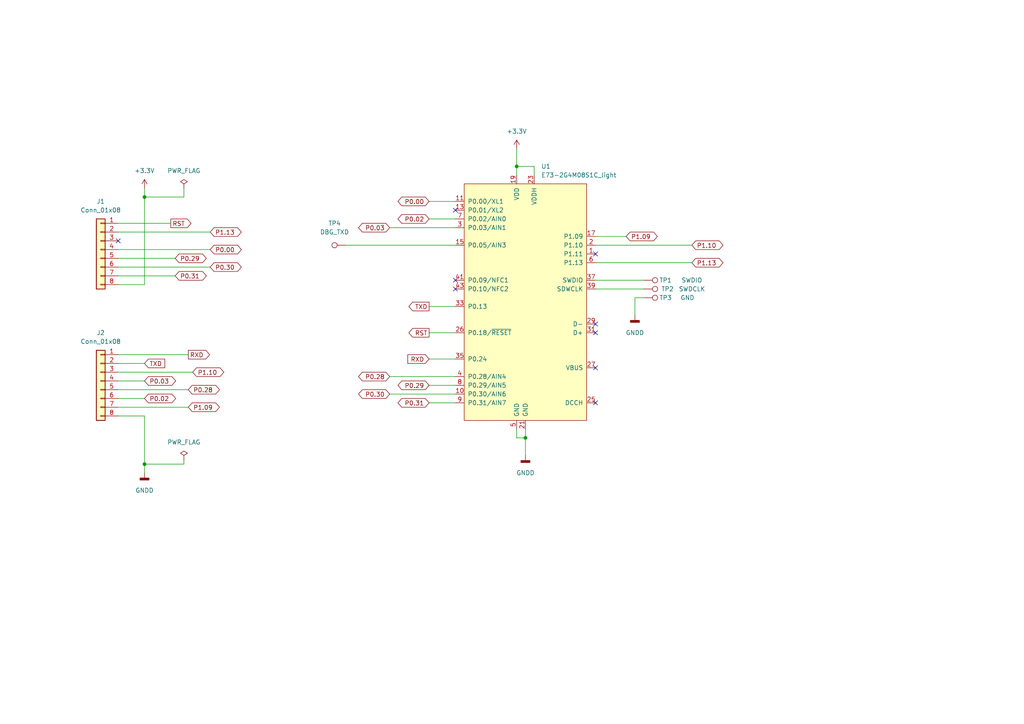
<source format=kicad_sch>
(kicad_sch (version 20211123) (generator eeschema)

  (uuid 96dcf4a0-c365-404c-bc55-6cf9f22ad55e)

  (paper "A4")

  (lib_symbols
    (symbol "Connector:TestPoint" (pin_numbers hide) (pin_names (offset 0.762) hide) (in_bom yes) (on_board yes)
      (property "Reference" "TP" (id 0) (at 0 6.858 0)
        (effects (font (size 1.27 1.27)))
      )
      (property "Value" "TestPoint" (id 1) (at 0 5.08 0)
        (effects (font (size 1.27 1.27)))
      )
      (property "Footprint" "" (id 2) (at 5.08 0 0)
        (effects (font (size 1.27 1.27)) hide)
      )
      (property "Datasheet" "~" (id 3) (at 5.08 0 0)
        (effects (font (size 1.27 1.27)) hide)
      )
      (property "ki_keywords" "test point tp" (id 4) (at 0 0 0)
        (effects (font (size 1.27 1.27)) hide)
      )
      (property "ki_description" "test point" (id 5) (at 0 0 0)
        (effects (font (size 1.27 1.27)) hide)
      )
      (property "ki_fp_filters" "Pin* Test*" (id 6) (at 0 0 0)
        (effects (font (size 1.27 1.27)) hide)
      )
      (symbol "TestPoint_0_1"
        (circle (center 0 3.302) (radius 0.762)
          (stroke (width 0) (type default) (color 0 0 0 0))
          (fill (type none))
        )
      )
      (symbol "TestPoint_1_1"
        (pin passive line (at 0 0 90) (length 2.54)
          (name "1" (effects (font (size 1.27 1.27))))
          (number "1" (effects (font (size 1.27 1.27))))
        )
      )
    )
    (symbol "Connector_Generic:Conn_01x08" (pin_names (offset 1.016) hide) (in_bom yes) (on_board yes)
      (property "Reference" "J" (id 0) (at 0 10.16 0)
        (effects (font (size 1.27 1.27)))
      )
      (property "Value" "Conn_01x08" (id 1) (at 0 -12.7 0)
        (effects (font (size 1.27 1.27)))
      )
      (property "Footprint" "" (id 2) (at 0 0 0)
        (effects (font (size 1.27 1.27)) hide)
      )
      (property "Datasheet" "~" (id 3) (at 0 0 0)
        (effects (font (size 1.27 1.27)) hide)
      )
      (property "ki_keywords" "connector" (id 4) (at 0 0 0)
        (effects (font (size 1.27 1.27)) hide)
      )
      (property "ki_description" "Generic connector, single row, 01x08, script generated (kicad-library-utils/schlib/autogen/connector/)" (id 5) (at 0 0 0)
        (effects (font (size 1.27 1.27)) hide)
      )
      (property "ki_fp_filters" "Connector*:*_1x??_*" (id 6) (at 0 0 0)
        (effects (font (size 1.27 1.27)) hide)
      )
      (symbol "Conn_01x08_1_1"
        (rectangle (start -1.27 -10.033) (end 0 -10.287)
          (stroke (width 0.1524) (type default) (color 0 0 0 0))
          (fill (type none))
        )
        (rectangle (start -1.27 -7.493) (end 0 -7.747)
          (stroke (width 0.1524) (type default) (color 0 0 0 0))
          (fill (type none))
        )
        (rectangle (start -1.27 -4.953) (end 0 -5.207)
          (stroke (width 0.1524) (type default) (color 0 0 0 0))
          (fill (type none))
        )
        (rectangle (start -1.27 -2.413) (end 0 -2.667)
          (stroke (width 0.1524) (type default) (color 0 0 0 0))
          (fill (type none))
        )
        (rectangle (start -1.27 0.127) (end 0 -0.127)
          (stroke (width 0.1524) (type default) (color 0 0 0 0))
          (fill (type none))
        )
        (rectangle (start -1.27 2.667) (end 0 2.413)
          (stroke (width 0.1524) (type default) (color 0 0 0 0))
          (fill (type none))
        )
        (rectangle (start -1.27 5.207) (end 0 4.953)
          (stroke (width 0.1524) (type default) (color 0 0 0 0))
          (fill (type none))
        )
        (rectangle (start -1.27 7.747) (end 0 7.493)
          (stroke (width 0.1524) (type default) (color 0 0 0 0))
          (fill (type none))
        )
        (rectangle (start -1.27 8.89) (end 1.27 -11.43)
          (stroke (width 0.254) (type default) (color 0 0 0 0))
          (fill (type background))
        )
        (pin passive line (at -5.08 7.62 0) (length 3.81)
          (name "Pin_1" (effects (font (size 1.27 1.27))))
          (number "1" (effects (font (size 1.27 1.27))))
        )
        (pin passive line (at -5.08 5.08 0) (length 3.81)
          (name "Pin_2" (effects (font (size 1.27 1.27))))
          (number "2" (effects (font (size 1.27 1.27))))
        )
        (pin passive line (at -5.08 2.54 0) (length 3.81)
          (name "Pin_3" (effects (font (size 1.27 1.27))))
          (number "3" (effects (font (size 1.27 1.27))))
        )
        (pin passive line (at -5.08 0 0) (length 3.81)
          (name "Pin_4" (effects (font (size 1.27 1.27))))
          (number "4" (effects (font (size 1.27 1.27))))
        )
        (pin passive line (at -5.08 -2.54 0) (length 3.81)
          (name "Pin_5" (effects (font (size 1.27 1.27))))
          (number "5" (effects (font (size 1.27 1.27))))
        )
        (pin passive line (at -5.08 -5.08 0) (length 3.81)
          (name "Pin_6" (effects (font (size 1.27 1.27))))
          (number "6" (effects (font (size 1.27 1.27))))
        )
        (pin passive line (at -5.08 -7.62 0) (length 3.81)
          (name "Pin_7" (effects (font (size 1.27 1.27))))
          (number "7" (effects (font (size 1.27 1.27))))
        )
        (pin passive line (at -5.08 -10.16 0) (length 3.81)
          (name "Pin_8" (effects (font (size 1.27 1.27))))
          (number "8" (effects (font (size 1.27 1.27))))
        )
      )
    )
    (symbol "power:+3.3V" (power) (pin_names (offset 0)) (in_bom yes) (on_board yes)
      (property "Reference" "#PWR" (id 0) (at 0 -3.81 0)
        (effects (font (size 1.27 1.27)) hide)
      )
      (property "Value" "+3.3V" (id 1) (at 0 3.556 0)
        (effects (font (size 1.27 1.27)))
      )
      (property "Footprint" "" (id 2) (at 0 0 0)
        (effects (font (size 1.27 1.27)) hide)
      )
      (property "Datasheet" "" (id 3) (at 0 0 0)
        (effects (font (size 1.27 1.27)) hide)
      )
      (property "ki_keywords" "power-flag" (id 4) (at 0 0 0)
        (effects (font (size 1.27 1.27)) hide)
      )
      (property "ki_description" "Power symbol creates a global label with name \"+3.3V\"" (id 5) (at 0 0 0)
        (effects (font (size 1.27 1.27)) hide)
      )
      (symbol "+3.3V_0_1"
        (polyline
          (pts
            (xy -0.762 1.27)
            (xy 0 2.54)
          )
          (stroke (width 0) (type default) (color 0 0 0 0))
          (fill (type none))
        )
        (polyline
          (pts
            (xy 0 0)
            (xy 0 2.54)
          )
          (stroke (width 0) (type default) (color 0 0 0 0))
          (fill (type none))
        )
        (polyline
          (pts
            (xy 0 2.54)
            (xy 0.762 1.27)
          )
          (stroke (width 0) (type default) (color 0 0 0 0))
          (fill (type none))
        )
      )
      (symbol "+3.3V_1_1"
        (pin power_in line (at 0 0 90) (length 0) hide
          (name "+3.3V" (effects (font (size 1.27 1.27))))
          (number "1" (effects (font (size 1.27 1.27))))
        )
      )
    )
    (symbol "power:GNDD" (power) (pin_names (offset 0)) (in_bom yes) (on_board yes)
      (property "Reference" "#PWR" (id 0) (at 0 -6.35 0)
        (effects (font (size 1.27 1.27)) hide)
      )
      (property "Value" "GNDD" (id 1) (at 0 -3.175 0)
        (effects (font (size 1.27 1.27)))
      )
      (property "Footprint" "" (id 2) (at 0 0 0)
        (effects (font (size 1.27 1.27)) hide)
      )
      (property "Datasheet" "" (id 3) (at 0 0 0)
        (effects (font (size 1.27 1.27)) hide)
      )
      (property "ki_keywords" "power-flag" (id 4) (at 0 0 0)
        (effects (font (size 1.27 1.27)) hide)
      )
      (property "ki_description" "Power symbol creates a global label with name \"GNDD\" , digital ground" (id 5) (at 0 0 0)
        (effects (font (size 1.27 1.27)) hide)
      )
      (symbol "GNDD_0_1"
        (rectangle (start -1.27 -1.524) (end 1.27 -2.032)
          (stroke (width 0.254) (type default) (color 0 0 0 0))
          (fill (type outline))
        )
        (polyline
          (pts
            (xy 0 0)
            (xy 0 -1.524)
          )
          (stroke (width 0) (type default) (color 0 0 0 0))
          (fill (type none))
        )
      )
      (symbol "GNDD_1_1"
        (pin power_in line (at 0 0 270) (length 0) hide
          (name "GNDD" (effects (font (size 1.27 1.27))))
          (number "1" (effects (font (size 1.27 1.27))))
        )
      )
    )
    (symbol "power:PWR_FLAG" (power) (pin_numbers hide) (pin_names (offset 0) hide) (in_bom yes) (on_board yes)
      (property "Reference" "#FLG" (id 0) (at 0 1.905 0)
        (effects (font (size 1.27 1.27)) hide)
      )
      (property "Value" "PWR_FLAG" (id 1) (at 0 3.81 0)
        (effects (font (size 1.27 1.27)))
      )
      (property "Footprint" "" (id 2) (at 0 0 0)
        (effects (font (size 1.27 1.27)) hide)
      )
      (property "Datasheet" "~" (id 3) (at 0 0 0)
        (effects (font (size 1.27 1.27)) hide)
      )
      (property "ki_keywords" "power-flag" (id 4) (at 0 0 0)
        (effects (font (size 1.27 1.27)) hide)
      )
      (property "ki_description" "Special symbol for telling ERC where power comes from" (id 5) (at 0 0 0)
        (effects (font (size 1.27 1.27)) hide)
      )
      (symbol "PWR_FLAG_0_0"
        (pin power_out line (at 0 0 90) (length 0)
          (name "pwr" (effects (font (size 1.27 1.27))))
          (number "1" (effects (font (size 1.27 1.27))))
        )
      )
      (symbol "PWR_FLAG_0_1"
        (polyline
          (pts
            (xy 0 0)
            (xy 0 1.27)
            (xy -1.016 1.905)
            (xy 0 2.54)
            (xy 1.016 1.905)
            (xy 0 1.27)
          )
          (stroke (width 0) (type default) (color 0 0 0 0))
          (fill (type none))
        )
      )
    )
    (symbol "thermostat_k5h:E73-2G4M08S1C_light" (pin_names (offset 1.016)) (in_bom yes) (on_board yes)
      (property "Reference" "U" (id 0) (at -15.24 -38.1 0)
        (effects (font (size 1.27 1.27)))
      )
      (property "Value" "E73-2G4M08S1C_light" (id 1) (at 0 0 90)
        (effects (font (size 1.27 1.27)))
      )
      (property "Footprint" "nrf5:E73-2G4M08S1C_light" (id 2) (at 2.54 0 90)
        (effects (font (size 1.27 1.27)) hide)
      )
      (property "Datasheet" "" (id 3) (at 0 0 0)
        (effects (font (size 1.27 1.27)) hide)
      )
      (symbol "E73-2G4M08S1C_light_0_1"
        (rectangle (start -17.78 33.02) (end 17.78 -35.56)
          (stroke (width 0) (type default) (color 0 0 0 0))
          (fill (type background))
        )
      )
      (symbol "E73-2G4M08S1C_light_1_1"
        (pin bidirectional line (at 20.32 12.7 180) (length 2.54)
          (name "P1.11" (effects (font (size 1.27 1.27))))
          (number "1" (effects (font (size 1.27 1.27))))
        )
        (pin bidirectional line (at -20.32 -27.94 0) (length 2.54)
          (name "P0.30/AIN6" (effects (font (size 1.27 1.27))))
          (number "10" (effects (font (size 1.27 1.27))))
        )
        (pin bidirectional line (at -20.32 27.94 0) (length 2.54)
          (name "P0.00/XL1" (effects (font (size 1.27 1.27))))
          (number "11" (effects (font (size 1.27 1.27))))
        )
        (pin bidirectional line (at -20.32 25.4 0) (length 2.54)
          (name "P0.01/XL2" (effects (font (size 1.27 1.27))))
          (number "13" (effects (font (size 1.27 1.27))))
        )
        (pin bidirectional line (at -20.32 15.24 0) (length 2.54)
          (name "P0.05/AIN3" (effects (font (size 1.27 1.27))))
          (number "15" (effects (font (size 1.27 1.27))))
        )
        (pin bidirectional line (at 20.32 17.78 180) (length 2.54)
          (name "P1.09" (effects (font (size 1.27 1.27))))
          (number "17" (effects (font (size 1.27 1.27))))
        )
        (pin power_in line (at -2.54 35.56 270) (length 2.54)
          (name "VDD" (effects (font (size 1.27 1.27))))
          (number "19" (effects (font (size 1.27 1.27))))
        )
        (pin bidirectional line (at 20.32 15.24 180) (length 2.54)
          (name "P1.10" (effects (font (size 1.27 1.27))))
          (number "2" (effects (font (size 1.27 1.27))))
        )
        (pin power_in line (at 0 -38.1 90) (length 2.54)
          (name "GND" (effects (font (size 1.27 1.27))))
          (number "21" (effects (font (size 1.27 1.27))))
        )
        (pin power_in line (at 2.54 35.56 270) (length 2.54)
          (name "VDDH" (effects (font (size 1.27 1.27))))
          (number "23" (effects (font (size 1.27 1.27))))
        )
        (pin power_out line (at 20.32 -30.48 180) (length 2.54)
          (name "DCCH" (effects (font (size 1.27 1.27))))
          (number "25" (effects (font (size 1.27 1.27))))
        )
        (pin bidirectional line (at -20.32 -10.16 0) (length 2.54)
          (name "P0.18/~{RESET}" (effects (font (size 1.27 1.27))))
          (number "26" (effects (font (size 1.27 1.27))))
        )
        (pin power_in line (at 20.32 -20.32 180) (length 2.54)
          (name "VBUS" (effects (font (size 1.27 1.27))))
          (number "27" (effects (font (size 1.27 1.27))))
        )
        (pin bidirectional line (at 20.32 -7.62 180) (length 2.54)
          (name "D-" (effects (font (size 1.27 1.27))))
          (number "29" (effects (font (size 1.27 1.27))))
        )
        (pin bidirectional line (at -20.32 20.32 0) (length 2.54)
          (name "P0.03/AIN1" (effects (font (size 1.27 1.27))))
          (number "3" (effects (font (size 1.27 1.27))))
        )
        (pin bidirectional line (at 20.32 -10.16 180) (length 2.54)
          (name "D+" (effects (font (size 1.27 1.27))))
          (number "31" (effects (font (size 1.27 1.27))))
        )
        (pin bidirectional line (at -20.32 -2.54 0) (length 2.54)
          (name "P0.13" (effects (font (size 1.27 1.27))))
          (number "33" (effects (font (size 1.27 1.27))))
        )
        (pin bidirectional line (at -20.32 -17.78 0) (length 2.54)
          (name "P0.24" (effects (font (size 1.27 1.27))))
          (number "35" (effects (font (size 1.27 1.27))))
        )
        (pin bidirectional line (at 20.32 5.08 180) (length 2.54)
          (name "SWDIO" (effects (font (size 1.27 1.27))))
          (number "37" (effects (font (size 1.27 1.27))))
        )
        (pin input line (at 20.32 2.54 180) (length 2.54)
          (name "SDWCLK" (effects (font (size 1.27 1.27))))
          (number "39" (effects (font (size 1.27 1.27))))
        )
        (pin bidirectional line (at -20.32 -22.86 0) (length 2.54)
          (name "P0.28/AIN4" (effects (font (size 1.27 1.27))))
          (number "4" (effects (font (size 1.27 1.27))))
        )
        (pin bidirectional line (at -20.32 5.08 0) (length 2.54)
          (name "P0.09/NFC1" (effects (font (size 1.27 1.27))))
          (number "41" (effects (font (size 1.27 1.27))))
        )
        (pin bidirectional line (at -20.32 2.54 0) (length 2.54)
          (name "P0.10/NFC2" (effects (font (size 1.27 1.27))))
          (number "43" (effects (font (size 1.27 1.27))))
        )
        (pin power_in line (at -2.54 -38.1 90) (length 2.54)
          (name "GND" (effects (font (size 1.27 1.27))))
          (number "5" (effects (font (size 1.27 1.27))))
        )
        (pin bidirectional line (at 20.32 10.16 180) (length 2.54)
          (name "P1.13" (effects (font (size 1.27 1.27))))
          (number "6" (effects (font (size 1.27 1.27))))
        )
        (pin bidirectional line (at -20.32 22.86 0) (length 2.54)
          (name "P0.02/AIN0" (effects (font (size 1.27 1.27))))
          (number "7" (effects (font (size 1.27 1.27))))
        )
        (pin bidirectional line (at -20.32 -25.4 0) (length 2.54)
          (name "P0.29/AIN5" (effects (font (size 1.27 1.27))))
          (number "8" (effects (font (size 1.27 1.27))))
        )
        (pin bidirectional line (at -20.32 -30.48 0) (length 2.54)
          (name "P0.31/AIN7" (effects (font (size 1.27 1.27))))
          (number "9" (effects (font (size 1.27 1.27))))
        )
      )
    )
  )

  (junction (at 152.4 127) (diameter 0) (color 0 0 0 0)
    (uuid b5cb27b5-7a48-4444-a25c-f62e0141e673)
  )
  (junction (at 41.91 134.62) (diameter 0) (color 0 0 0 0)
    (uuid e11d9ffa-272b-451b-a8b1-15f24a244f4a)
  )
  (junction (at 41.91 57.15) (diameter 0) (color 0 0 0 0)
    (uuid f4cfb1bd-1759-4e1f-a3df-b8f937ff29dc)
  )
  (junction (at 149.86 48.26) (diameter 0) (color 0 0 0 0)
    (uuid f637ba1f-37cc-4faa-b15b-e6b05aa0700c)
  )

  (no_connect (at 132.08 60.96) (uuid 198b7dbe-7d6f-41ff-b5cd-445b6dd97450))
  (no_connect (at 34.29 69.85) (uuid 2113707f-187e-48e8-a099-6f8ef676a5cd))
  (no_connect (at 172.72 96.52) (uuid 3c452543-6e42-49df-b0a3-9ccdbba83f73))
  (no_connect (at 172.72 93.98) (uuid 3c452543-6e42-49df-b0a3-9ccdbba83f74))
  (no_connect (at 132.08 81.28) (uuid 8dc6c778-2a44-42db-b16c-830fdbb13149))
  (no_connect (at 132.08 83.82) (uuid 8dc6c778-2a44-42db-b16c-830fdbb1314a))
  (no_connect (at 172.72 73.66) (uuid 8dc6c778-2a44-42db-b16c-830fdbb13150))
  (no_connect (at 172.72 106.68) (uuid 90f8d34b-0079-4757-963b-605b01722a53))
  (no_connect (at 172.72 116.84) (uuid 90f8d34b-0079-4757-963b-605b01722a54))

  (wire (pts (xy 124.46 96.52) (xy 132.08 96.52))
    (stroke (width 0) (type default) (color 0 0 0 0))
    (uuid 059c873c-31ab-44be-b02b-0b9c9837f726)
  )
  (wire (pts (xy 41.91 134.62) (xy 41.91 137.16))
    (stroke (width 0) (type default) (color 0 0 0 0))
    (uuid 0cf7207f-a6d5-41ea-aa0b-e2d0c4abe84a)
  )
  (wire (pts (xy 124.46 63.5) (xy 132.08 63.5))
    (stroke (width 0) (type default) (color 0 0 0 0))
    (uuid 11c357be-804e-45ef-9338-bf19a7f33990)
  )
  (wire (pts (xy 34.29 105.41) (xy 41.91 105.41))
    (stroke (width 0) (type default) (color 0 0 0 0))
    (uuid 1a75db8d-81c0-4c88-9151-70bf6bbb77bb)
  )
  (wire (pts (xy 41.91 54.61) (xy 41.91 57.15))
    (stroke (width 0) (type default) (color 0 0 0 0))
    (uuid 294544eb-4399-4056-a4e8-121912c79102)
  )
  (wire (pts (xy 34.29 107.95) (xy 55.88 107.95))
    (stroke (width 0) (type default) (color 0 0 0 0))
    (uuid 2b79db9d-2a97-4274-bf05-28d32a1d1623)
  )
  (wire (pts (xy 34.29 113.03) (xy 54.61 113.03))
    (stroke (width 0) (type default) (color 0 0 0 0))
    (uuid 2bfe63ca-5dd6-4d87-ba30-36b10534e916)
  )
  (wire (pts (xy 53.34 134.62) (xy 41.91 134.62))
    (stroke (width 0) (type default) (color 0 0 0 0))
    (uuid 3094d5d3-9ed7-4826-8719-f2d587b41e2d)
  )
  (wire (pts (xy 41.91 57.15) (xy 41.91 82.55))
    (stroke (width 0) (type default) (color 0 0 0 0))
    (uuid 325d9949-7cbc-4f79-8f71-2b5c6583bcda)
  )
  (wire (pts (xy 124.46 116.84) (xy 132.08 116.84))
    (stroke (width 0) (type default) (color 0 0 0 0))
    (uuid 428e976c-96ef-4f27-a260-4d8cf9965eca)
  )
  (wire (pts (xy 172.72 81.28) (xy 186.69 81.28))
    (stroke (width 0) (type default) (color 0 0 0 0))
    (uuid 431ee5db-1045-47fa-bf76-413e3fb212b7)
  )
  (wire (pts (xy 152.4 124.46) (xy 152.4 127))
    (stroke (width 0) (type default) (color 0 0 0 0))
    (uuid 4c1ee7da-941a-4dff-a2f1-8e7cef921dfa)
  )
  (wire (pts (xy 152.4 127) (xy 152.4 132.08))
    (stroke (width 0) (type default) (color 0 0 0 0))
    (uuid 4f8374b8-85e1-4ca5-915b-50ca824dcc2f)
  )
  (wire (pts (xy 41.91 57.15) (xy 53.34 57.15))
    (stroke (width 0) (type default) (color 0 0 0 0))
    (uuid 51fa2703-1982-4481-b5ec-5b2f6d9fd70d)
  )
  (wire (pts (xy 34.29 67.31) (xy 60.96 67.31))
    (stroke (width 0) (type default) (color 0 0 0 0))
    (uuid 52119754-eecd-4b33-9e32-ca1651fa16dc)
  )
  (wire (pts (xy 184.15 86.36) (xy 184.15 91.44))
    (stroke (width 0) (type default) (color 0 0 0 0))
    (uuid 6401aa07-41d9-48e5-b637-018b0d126d99)
  )
  (wire (pts (xy 149.86 124.46) (xy 149.86 127))
    (stroke (width 0) (type default) (color 0 0 0 0))
    (uuid 6b9e8738-476f-4bf3-a4fa-75f89b2d6a6e)
  )
  (wire (pts (xy 149.86 127) (xy 152.4 127))
    (stroke (width 0) (type default) (color 0 0 0 0))
    (uuid 6f6fba52-81f9-471c-8408-efc7672807ed)
  )
  (wire (pts (xy 34.29 80.01) (xy 50.8 80.01))
    (stroke (width 0) (type default) (color 0 0 0 0))
    (uuid 745b2fdc-baa9-42fb-bd77-4d60aa71683f)
  )
  (wire (pts (xy 149.86 43.18) (xy 149.86 48.26))
    (stroke (width 0) (type default) (color 0 0 0 0))
    (uuid 745f8f56-3e40-4704-8011-4206f5580609)
  )
  (wire (pts (xy 149.86 48.26) (xy 149.86 50.8))
    (stroke (width 0) (type default) (color 0 0 0 0))
    (uuid 75b062d2-4bd8-4f8e-968b-14eabc33418d)
  )
  (wire (pts (xy 34.29 64.77) (xy 49.53 64.77))
    (stroke (width 0) (type default) (color 0 0 0 0))
    (uuid 7a0a5fa7-ab6f-45e8-b6e6-3a360c8defb2)
  )
  (wire (pts (xy 53.34 54.61) (xy 53.34 57.15))
    (stroke (width 0) (type default) (color 0 0 0 0))
    (uuid 82a794ef-6ef2-416c-ba80-4c5eb0e145bf)
  )
  (wire (pts (xy 172.72 71.12) (xy 200.66 71.12))
    (stroke (width 0) (type default) (color 0 0 0 0))
    (uuid 956e477c-a9c7-489e-bb6d-1c0942d7c40b)
  )
  (wire (pts (xy 113.03 66.04) (xy 132.08 66.04))
    (stroke (width 0) (type default) (color 0 0 0 0))
    (uuid 9596d87b-0ed4-4fab-9428-f4ab6032c2af)
  )
  (wire (pts (xy 154.94 48.26) (xy 149.86 48.26))
    (stroke (width 0) (type default) (color 0 0 0 0))
    (uuid 9ad4cc22-a393-4aa5-a5f4-a1e10efa6430)
  )
  (wire (pts (xy 34.29 77.47) (xy 60.96 77.47))
    (stroke (width 0) (type default) (color 0 0 0 0))
    (uuid a10626f9-b190-4103-9dfd-25d447e5dd0d)
  )
  (wire (pts (xy 34.29 120.65) (xy 41.91 120.65))
    (stroke (width 0) (type default) (color 0 0 0 0))
    (uuid a871a63a-33e3-47c5-83ce-901d5ea11687)
  )
  (wire (pts (xy 34.29 110.49) (xy 41.91 110.49))
    (stroke (width 0) (type default) (color 0 0 0 0))
    (uuid ae219406-000a-4e13-9a85-c949a1e2262c)
  )
  (wire (pts (xy 100.33 71.12) (xy 132.08 71.12))
    (stroke (width 0) (type default) (color 0 0 0 0))
    (uuid b74043a1-6e06-4c8c-98e1-3b6bf3677091)
  )
  (wire (pts (xy 132.08 88.9) (xy 124.46 88.9))
    (stroke (width 0) (type default) (color 0 0 0 0))
    (uuid b82f971b-6d78-4629-9b5b-d471b96a6fb3)
  )
  (wire (pts (xy 172.72 68.58) (xy 181.61 68.58))
    (stroke (width 0) (type default) (color 0 0 0 0))
    (uuid bb746827-a41e-45cd-a196-8a2cb3229aa9)
  )
  (wire (pts (xy 34.29 118.11) (xy 54.61 118.11))
    (stroke (width 0) (type default) (color 0 0 0 0))
    (uuid bc8859e3-86d6-42bf-9288-e0fb9cf3eb07)
  )
  (wire (pts (xy 53.34 133.35) (xy 53.34 134.62))
    (stroke (width 0) (type default) (color 0 0 0 0))
    (uuid bd0595de-fdf1-42a5-ab89-7ef668f3ce57)
  )
  (wire (pts (xy 34.29 72.39) (xy 60.96 72.39))
    (stroke (width 0) (type default) (color 0 0 0 0))
    (uuid c14ec424-c667-453c-b676-3e3e731d9919)
  )
  (wire (pts (xy 113.03 109.22) (xy 132.08 109.22))
    (stroke (width 0) (type default) (color 0 0 0 0))
    (uuid c30fafad-2e16-4010-a7b8-8207d2b35c68)
  )
  (wire (pts (xy 41.91 120.65) (xy 41.91 134.62))
    (stroke (width 0) (type default) (color 0 0 0 0))
    (uuid c69a48bf-1e00-4f49-91b1-b6d1a7df6b2e)
  )
  (wire (pts (xy 124.46 111.76) (xy 132.08 111.76))
    (stroke (width 0) (type default) (color 0 0 0 0))
    (uuid cc1501a3-77b4-4769-832c-1d23ee7dae35)
  )
  (wire (pts (xy 124.46 58.42) (xy 132.08 58.42))
    (stroke (width 0) (type default) (color 0 0 0 0))
    (uuid d15cb5dd-b40b-42f1-8fc4-0b7ea3b76818)
  )
  (wire (pts (xy 34.29 115.57) (xy 41.91 115.57))
    (stroke (width 0) (type default) (color 0 0 0 0))
    (uuid d1743d6e-34ca-45bb-96aa-667b4f9f650e)
  )
  (wire (pts (xy 172.72 76.2) (xy 200.66 76.2))
    (stroke (width 0) (type default) (color 0 0 0 0))
    (uuid d1a13296-1ff0-4c24-963b-43ce2cb06cae)
  )
  (wire (pts (xy 154.94 50.8) (xy 154.94 48.26))
    (stroke (width 0) (type default) (color 0 0 0 0))
    (uuid d232f6e1-8a3f-470b-8866-3a94bb86c0d4)
  )
  (wire (pts (xy 186.69 86.36) (xy 184.15 86.36))
    (stroke (width 0) (type default) (color 0 0 0 0))
    (uuid d75fdc50-490c-4dfa-bf7e-1bdd5db1f61f)
  )
  (wire (pts (xy 132.08 114.3) (xy 113.03 114.3))
    (stroke (width 0) (type default) (color 0 0 0 0))
    (uuid d92873b9-d583-4b29-9a06-50606e43ab97)
  )
  (wire (pts (xy 34.29 82.55) (xy 41.91 82.55))
    (stroke (width 0) (type default) (color 0 0 0 0))
    (uuid dd054449-8d30-4237-8ec4-0854718b4f5f)
  )
  (wire (pts (xy 34.29 74.93) (xy 50.8 74.93))
    (stroke (width 0) (type default) (color 0 0 0 0))
    (uuid ef8bb3c0-418e-4779-bfb5-ae94aa2ee805)
  )
  (wire (pts (xy 132.08 104.14) (xy 124.46 104.14))
    (stroke (width 0) (type default) (color 0 0 0 0))
    (uuid f5ce9c27-75ba-4c17-bf79-dce78e6e81be)
  )
  (wire (pts (xy 34.29 102.87) (xy 54.61 102.87))
    (stroke (width 0) (type default) (color 0 0 0 0))
    (uuid f604a21a-cb30-496e-aad8-35b149fd3d3f)
  )
  (wire (pts (xy 172.72 83.82) (xy 186.69 83.82))
    (stroke (width 0) (type default) (color 0 0 0 0))
    (uuid f668854f-bec2-4f55-bf80-09a41b5acbe4)
  )

  (global_label "P1.13" (shape bidirectional) (at 200.66 76.2 0) (fields_autoplaced)
    (effects (font (size 1.27 1.27)) (justify left))
    (uuid 02dd0e5c-afeb-4e91-913a-52e28d58a8b1)
    (property "Intersheet References" "${INTERSHEET_REFS}" (id 0) (at 208.5764 76.1206 0)
      (effects (font (size 1.27 1.27)) (justify left) hide)
    )
  )
  (global_label "P0.28" (shape bidirectional) (at 54.61 113.03 0) (fields_autoplaced)
    (effects (font (size 1.27 1.27)) (justify left))
    (uuid 1729a68a-989a-472a-8e0d-33de89346dcd)
    (property "Intersheet References" "${INTERSHEET_REFS}" (id 0) (at 62.5264 113.1094 0)
      (effects (font (size 1.27 1.27)) (justify left) hide)
    )
  )
  (global_label "P0.03" (shape bidirectional) (at 113.03 66.04 180) (fields_autoplaced)
    (effects (font (size 1.27 1.27)) (justify right))
    (uuid 1b9e67a5-effa-49d8-a7bc-b5f6f9349072)
    (property "Intersheet References" "${INTERSHEET_REFS}" (id 0) (at 105.1136 66.1194 0)
      (effects (font (size 1.27 1.27)) (justify right) hide)
    )
  )
  (global_label "P0.30" (shape bidirectional) (at 113.03 114.3 180) (fields_autoplaced)
    (effects (font (size 1.27 1.27)) (justify right))
    (uuid 24fc5d43-7427-4901-ba33-beb7f088c742)
    (property "Intersheet References" "${INTERSHEET_REFS}" (id 0) (at 105.1136 114.2206 0)
      (effects (font (size 1.27 1.27)) (justify right) hide)
    )
  )
  (global_label "P0.02" (shape bidirectional) (at 124.46 63.5 180) (fields_autoplaced)
    (effects (font (size 1.27 1.27)) (justify right))
    (uuid 2a499d78-b362-446d-9a77-9a6fa695312d)
    (property "Intersheet References" "${INTERSHEET_REFS}" (id 0) (at 116.5436 63.5794 0)
      (effects (font (size 1.27 1.27)) (justify right) hide)
    )
  )
  (global_label "TXD" (shape input) (at 41.91 105.41 0) (fields_autoplaced)
    (effects (font (size 1.27 1.27)) (justify left))
    (uuid 4ad397c6-180a-4ccd-880f-1e3d7961a406)
    (property "Intersheet References" "${INTERSHEET_REFS}" (id 0) (at 47.7702 105.3306 0)
      (effects (font (size 1.27 1.27)) (justify left) hide)
    )
  )
  (global_label "P0.28" (shape bidirectional) (at 113.03 109.22 180) (fields_autoplaced)
    (effects (font (size 1.27 1.27)) (justify right))
    (uuid 503f7038-78b6-4623-8178-b931c3066f56)
    (property "Intersheet References" "${INTERSHEET_REFS}" (id 0) (at 105.1136 109.1406 0)
      (effects (font (size 1.27 1.27)) (justify right) hide)
    )
  )
  (global_label "RXD" (shape input) (at 124.46 104.14 180) (fields_autoplaced)
    (effects (font (size 1.27 1.27)) (justify right))
    (uuid 561ef1c1-826f-445f-91ce-57927ef90a98)
    (property "Intersheet References" "${INTERSHEET_REFS}" (id 0) (at 118.2974 104.2194 0)
      (effects (font (size 1.27 1.27)) (justify right) hide)
    )
  )
  (global_label "P0.31" (shape bidirectional) (at 124.46 116.84 180) (fields_autoplaced)
    (effects (font (size 1.27 1.27)) (justify right))
    (uuid 5683021d-ece8-414d-a986-97f556eb9ab8)
    (property "Intersheet References" "${INTERSHEET_REFS}" (id 0) (at 116.5436 116.9194 0)
      (effects (font (size 1.27 1.27)) (justify right) hide)
    )
  )
  (global_label "RST" (shape output) (at 124.46 96.52 180) (fields_autoplaced)
    (effects (font (size 1.27 1.27)) (justify right))
    (uuid 5a9cfc5c-db79-45f3-ac18-c562eac08c99)
    (property "Intersheet References" "${INTERSHEET_REFS}" (id 0) (at 118.5998 96.5994 0)
      (effects (font (size 1.27 1.27)) (justify right) hide)
    )
  )
  (global_label "P0.29" (shape bidirectional) (at 50.8 74.93 0) (fields_autoplaced)
    (effects (font (size 1.27 1.27)) (justify left))
    (uuid 622f018e-46a2-49a8-b28d-f74ab9828f3e)
    (property "Intersheet References" "${INTERSHEET_REFS}" (id 0) (at 58.7164 74.8506 0)
      (effects (font (size 1.27 1.27)) (justify left) hide)
    )
  )
  (global_label "P0.00" (shape bidirectional) (at 60.96 72.39 0) (fields_autoplaced)
    (effects (font (size 1.27 1.27)) (justify left))
    (uuid 676e432c-c1a2-4a2b-9d33-89c6b001d64d)
    (property "Intersheet References" "${INTERSHEET_REFS}" (id 0) (at 68.8764 72.4694 0)
      (effects (font (size 1.27 1.27)) (justify left) hide)
    )
  )
  (global_label "P1.09" (shape bidirectional) (at 181.61 68.58 0) (fields_autoplaced)
    (effects (font (size 1.27 1.27)) (justify left))
    (uuid 7b58f173-e7ca-4b86-a298-79166f7e2ba2)
    (property "Intersheet References" "${INTERSHEET_REFS}" (id 0) (at 189.5264 68.5006 0)
      (effects (font (size 1.27 1.27)) (justify left) hide)
    )
  )
  (global_label "P0.30" (shape bidirectional) (at 60.96 77.47 0) (fields_autoplaced)
    (effects (font (size 1.27 1.27)) (justify left))
    (uuid 8229e741-a861-4651-b3c2-f3608a0ff4db)
    (property "Intersheet References" "${INTERSHEET_REFS}" (id 0) (at 68.8764 77.5494 0)
      (effects (font (size 1.27 1.27)) (justify left) hide)
    )
  )
  (global_label "P1.10" (shape bidirectional) (at 200.66 71.12 0) (fields_autoplaced)
    (effects (font (size 1.27 1.27)) (justify left))
    (uuid 9d05479f-3456-42ac-8ee1-aaebcfe9cab6)
    (property "Intersheet References" "${INTERSHEET_REFS}" (id 0) (at 208.5764 71.0406 0)
      (effects (font (size 1.27 1.27)) (justify left) hide)
    )
  )
  (global_label "TXD" (shape output) (at 124.46 88.9 180) (fields_autoplaced)
    (effects (font (size 1.27 1.27)) (justify right))
    (uuid a2e8dccf-2240-4e90-b692-39c7fcd6c998)
    (property "Intersheet References" "${INTERSHEET_REFS}" (id 0) (at 118.5998 88.8206 0)
      (effects (font (size 1.27 1.27)) (justify right) hide)
    )
  )
  (global_label "P0.29" (shape bidirectional) (at 124.46 111.76 180) (fields_autoplaced)
    (effects (font (size 1.27 1.27)) (justify right))
    (uuid ac893404-c63b-406b-b4c9-eefc9f841871)
    (property "Intersheet References" "${INTERSHEET_REFS}" (id 0) (at 116.5436 111.6806 0)
      (effects (font (size 1.27 1.27)) (justify right) hide)
    )
  )
  (global_label "RXD" (shape output) (at 54.61 102.87 0) (fields_autoplaced)
    (effects (font (size 1.27 1.27)) (justify left))
    (uuid ae761ed2-6ed4-4c6a-a807-908e810338a2)
    (property "Intersheet References" "${INTERSHEET_REFS}" (id 0) (at 60.7726 102.7906 0)
      (effects (font (size 1.27 1.27)) (justify left) hide)
    )
  )
  (global_label "RST" (shape output) (at 49.53 64.77 0) (fields_autoplaced)
    (effects (font (size 1.27 1.27)) (justify left))
    (uuid c59e2190-a30a-404a-9101-d7da5522953b)
    (property "Intersheet References" "${INTERSHEET_REFS}" (id 0) (at 55.3902 64.6906 0)
      (effects (font (size 1.27 1.27)) (justify left) hide)
    )
  )
  (global_label "P1.10" (shape bidirectional) (at 55.88 107.95 0) (fields_autoplaced)
    (effects (font (size 1.27 1.27)) (justify left))
    (uuid cfeec43b-6c36-4bcb-a52f-1f1b985af338)
    (property "Intersheet References" "${INTERSHEET_REFS}" (id 0) (at 63.7964 107.8706 0)
      (effects (font (size 1.27 1.27)) (justify left) hide)
    )
  )
  (global_label "P0.31" (shape bidirectional) (at 50.8 80.01 0) (fields_autoplaced)
    (effects (font (size 1.27 1.27)) (justify left))
    (uuid d0773661-c7ea-4254-8e5b-4fa0eb3d4fc6)
    (property "Intersheet References" "${INTERSHEET_REFS}" (id 0) (at 58.7164 79.9306 0)
      (effects (font (size 1.27 1.27)) (justify left) hide)
    )
  )
  (global_label "P1.13" (shape bidirectional) (at 60.96 67.31 0) (fields_autoplaced)
    (effects (font (size 1.27 1.27)) (justify left))
    (uuid d5c08ed4-1783-48fc-baab-928b74c01b3b)
    (property "Intersheet References" "${INTERSHEET_REFS}" (id 0) (at 68.8764 67.2306 0)
      (effects (font (size 1.27 1.27)) (justify left) hide)
    )
  )
  (global_label "P0.03" (shape bidirectional) (at 41.91 110.49 0) (fields_autoplaced)
    (effects (font (size 1.27 1.27)) (justify left))
    (uuid e3269ef3-b1f2-4dde-935d-68f42e797cc3)
    (property "Intersheet References" "${INTERSHEET_REFS}" (id 0) (at 49.8264 110.4106 0)
      (effects (font (size 1.27 1.27)) (justify left) hide)
    )
  )
  (global_label "P0.00" (shape bidirectional) (at 124.46 58.42 180) (fields_autoplaced)
    (effects (font (size 1.27 1.27)) (justify right))
    (uuid e49088b7-6b9f-4328-9083-8a883cb4f94c)
    (property "Intersheet References" "${INTERSHEET_REFS}" (id 0) (at 116.5436 58.3406 0)
      (effects (font (size 1.27 1.27)) (justify right) hide)
    )
  )
  (global_label "P1.09" (shape bidirectional) (at 54.61 118.11 0) (fields_autoplaced)
    (effects (font (size 1.27 1.27)) (justify left))
    (uuid f28d589f-bb8e-4af6-8bf3-7b2c120db47a)
    (property "Intersheet References" "${INTERSHEET_REFS}" (id 0) (at 62.5264 118.0306 0)
      (effects (font (size 1.27 1.27)) (justify left) hide)
    )
  )
  (global_label "P0.02" (shape bidirectional) (at 41.91 115.57 0) (fields_autoplaced)
    (effects (font (size 1.27 1.27)) (justify left))
    (uuid fce6a241-598f-4ad6-8ca1-15ca113502f9)
    (property "Intersheet References" "${INTERSHEET_REFS}" (id 0) (at 49.8264 115.4906 0)
      (effects (font (size 1.27 1.27)) (justify left) hide)
    )
  )

  (symbol (lib_id "Connector:TestPoint") (at 186.69 81.28 270) (unit 1)
    (in_bom yes) (on_board yes)
    (uuid 032ed0a7-be08-45d0-a57e-dd6749199e4d)
    (property "Reference" "TP1" (id 0) (at 193.04 81.28 90))
    (property "Value" "SWDIO" (id 1) (at 200.66 81.28 90))
    (property "Footprint" "TestPoint:TestPoint_Pad_D1.0mm" (id 2) (at 186.69 86.36 0)
      (effects (font (size 1.27 1.27)) hide)
    )
    (property "Datasheet" "~" (id 3) (at 186.69 86.36 0)
      (effects (font (size 1.27 1.27)) hide)
    )
    (pin "1" (uuid 12d16831-cf38-4c36-9edc-3da142b157ec))
  )

  (symbol (lib_id "Connector:TestPoint") (at 186.69 83.82 270) (unit 1)
    (in_bom yes) (on_board yes)
    (uuid 220064fe-d165-4475-932f-319abc4a995d)
    (property "Reference" "TP2" (id 0) (at 191.77 83.82 90)
      (effects (font (size 1.27 1.27)) (justify left))
    )
    (property "Value" "SWDCLK" (id 1) (at 196.85 83.82 90)
      (effects (font (size 1.27 1.27)) (justify left))
    )
    (property "Footprint" "TestPoint:TestPoint_Pad_D1.0mm" (id 2) (at 186.69 88.9 0)
      (effects (font (size 1.27 1.27)) hide)
    )
    (property "Datasheet" "~" (id 3) (at 186.69 88.9 0)
      (effects (font (size 1.27 1.27)) hide)
    )
    (pin "1" (uuid 40348166-4941-4932-a920-03f8c22a8ab0))
  )

  (symbol (lib_id "power:PWR_FLAG") (at 53.34 54.61 0) (unit 1)
    (in_bom yes) (on_board yes) (fields_autoplaced)
    (uuid 2274cb4d-7200-45d7-8614-872af67f2ad6)
    (property "Reference" "#FLG0102" (id 0) (at 53.34 52.705 0)
      (effects (font (size 1.27 1.27)) hide)
    )
    (property "Value" "PWR_FLAG" (id 1) (at 53.34 49.53 0))
    (property "Footprint" "" (id 2) (at 53.34 54.61 0)
      (effects (font (size 1.27 1.27)) hide)
    )
    (property "Datasheet" "~" (id 3) (at 53.34 54.61 0)
      (effects (font (size 1.27 1.27)) hide)
    )
    (pin "1" (uuid 539faf5d-d56c-415f-a33c-c410d51e9a26))
  )

  (symbol (lib_id "power:PWR_FLAG") (at 53.34 133.35 0) (unit 1)
    (in_bom yes) (on_board yes) (fields_autoplaced)
    (uuid 2ce99ece-0c30-42bb-954c-bf05ecf098f2)
    (property "Reference" "#FLG0101" (id 0) (at 53.34 131.445 0)
      (effects (font (size 1.27 1.27)) hide)
    )
    (property "Value" "PWR_FLAG" (id 1) (at 53.34 128.27 0))
    (property "Footprint" "" (id 2) (at 53.34 133.35 0)
      (effects (font (size 1.27 1.27)) hide)
    )
    (property "Datasheet" "~" (id 3) (at 53.34 133.35 0)
      (effects (font (size 1.27 1.27)) hide)
    )
    (pin "1" (uuid b84b07df-43b8-4653-b7d4-1d1143bc82e9))
  )

  (symbol (lib_id "power:+3.3V") (at 41.91 54.61 0) (unit 1)
    (in_bom yes) (on_board yes) (fields_autoplaced)
    (uuid 356e9914-de1c-4104-9910-02aca401ea60)
    (property "Reference" "#PWR0104" (id 0) (at 41.91 58.42 0)
      (effects (font (size 1.27 1.27)) hide)
    )
    (property "Value" "+3.3V" (id 1) (at 41.91 49.53 0))
    (property "Footprint" "" (id 2) (at 41.91 54.61 0)
      (effects (font (size 1.27 1.27)) hide)
    )
    (property "Datasheet" "" (id 3) (at 41.91 54.61 0)
      (effects (font (size 1.27 1.27)) hide)
    )
    (pin "1" (uuid 1870f95a-8173-4921-be97-e3af50752826))
  )

  (symbol (lib_id "thermostat_k5h:E73-2G4M08S1C_light") (at 152.4 86.36 0) (unit 1)
    (in_bom yes) (on_board yes) (fields_autoplaced)
    (uuid 375baea7-7f86-410c-ac4f-83b10bdd7065)
    (property "Reference" "U1" (id 0) (at 156.9594 48.26 0)
      (effects (font (size 1.27 1.27)) (justify left))
    )
    (property "Value" "E73-2G4M08S1C_light" (id 1) (at 156.9594 50.8 0)
      (effects (font (size 1.27 1.27)) (justify left))
    )
    (property "Footprint" "thermostat_k5h:E73-2G4M08S1C" (id 2) (at 154.94 86.36 90)
      (effects (font (size 1.27 1.27)) hide)
    )
    (property "Datasheet" "" (id 3) (at 152.4 86.36 0)
      (effects (font (size 1.27 1.27)) hide)
    )
    (pin "1" (uuid 02d3d967-410e-4a96-867c-13849e5e98a0))
    (pin "10" (uuid 61e70329-a68a-484a-9d48-832dc9d44fca))
    (pin "11" (uuid c3c9581a-2316-49c4-bd2a-cab0af852b8d))
    (pin "13" (uuid 1c766f99-1132-487f-ad8c-cd9436b373bf))
    (pin "15" (uuid 3f52ff2c-6c76-457e-a1c8-6420d0cabad9))
    (pin "17" (uuid 9c2e9aac-bafa-47d9-b557-ce5956251cd2))
    (pin "19" (uuid a3f9faab-1823-4c2c-96cd-7eb7548ee059))
    (pin "2" (uuid aea9ef06-72ed-4ea2-aa55-725f9d109b09))
    (pin "21" (uuid e25ef957-d787-4a73-aca2-c9df1757f86a))
    (pin "23" (uuid 13ad8559-05fe-4ce2-ac10-bc64959d6824))
    (pin "25" (uuid a82f3eea-e6d9-4b6a-a634-8f728004417a))
    (pin "26" (uuid d2362831-ecdd-4e20-9208-807651206824))
    (pin "27" (uuid f7ba9042-d37d-47d0-9f04-f4c811f04de4))
    (pin "29" (uuid e7badfd2-2d07-4e7d-9c8c-2ebfc80f57cd))
    (pin "3" (uuid a0a63972-61a2-43ba-9003-7389039b3882))
    (pin "31" (uuid 1dd8f9c1-ffbf-482c-a0b4-dfdc1322edb4))
    (pin "33" (uuid 776f4bb2-e1fa-4b95-b57c-beb2ce5b7a98))
    (pin "35" (uuid d38b8952-6618-48b8-be36-b11c6ef57ffe))
    (pin "37" (uuid 90e545b4-93da-4902-911a-636fefdd700d))
    (pin "39" (uuid 3185f853-7b08-4582-bac2-bffedac0cdf3))
    (pin "4" (uuid 4d9a7ca5-7920-4b8d-bc40-66654bcfa5d2))
    (pin "41" (uuid 03b2c5ae-07c1-4ccf-bb35-639fa6d675d6))
    (pin "43" (uuid 712fe177-aa81-4972-9e39-2ad5c069c1b5))
    (pin "5" (uuid 29aa1fbe-4fba-49c8-9d3f-0ce4eae176d4))
    (pin "6" (uuid 737b3ed5-d284-483f-8e4d-5c1990c63423))
    (pin "7" (uuid 8938d5d3-efa6-4c93-823b-20101c18ff78))
    (pin "8" (uuid df156cd1-7923-4087-9300-5958099e8780))
    (pin "9" (uuid 033b4e53-fff2-4a49-8d60-dacb9c8a7095))
  )

  (symbol (lib_id "Connector_Generic:Conn_01x08") (at 29.21 110.49 0) (mirror y) (unit 1)
    (in_bom yes) (on_board yes) (fields_autoplaced)
    (uuid 3eba4986-552b-44ad-b2a0-4351844d6a75)
    (property "Reference" "J2" (id 0) (at 29.21 96.52 0))
    (property "Value" "Conn_01x08" (id 1) (at 29.21 99.06 0))
    (property "Footprint" "thermostat_k5h:WBR3" (id 2) (at 29.21 110.49 0)
      (effects (font (size 1.27 1.27)) hide)
    )
    (property "Datasheet" "~" (id 3) (at 29.21 110.49 0)
      (effects (font (size 1.27 1.27)) hide)
    )
    (pin "1" (uuid dbb5b622-176a-4f68-8a4f-dc343735f7a2))
    (pin "2" (uuid f33b972e-8e46-4c91-be72-ea79913c0b83))
    (pin "3" (uuid e01a4e22-21a6-430e-8994-77934137c899))
    (pin "4" (uuid 158a50e6-3404-466e-bcdd-36e30304c5d5))
    (pin "5" (uuid 481e3b9e-a7fc-4a22-97ef-78b4b0c24f33))
    (pin "6" (uuid 1567efe6-aa71-461b-b8da-b000a33ba3c5))
    (pin "7" (uuid 84bde803-731e-4efa-b127-6e90f10b3ead))
    (pin "8" (uuid 973b08a4-c32a-44f0-9282-33d8fd31263e))
  )

  (symbol (lib_id "Connector:TestPoint") (at 100.33 71.12 90) (unit 1)
    (in_bom yes) (on_board yes) (fields_autoplaced)
    (uuid 44d9c2a8-7c18-40cf-b157-b4160c312600)
    (property "Reference" "TP4" (id 0) (at 97.028 64.77 90))
    (property "Value" "DBG_TXD" (id 1) (at 97.028 67.31 90))
    (property "Footprint" "TestPoint:TestPoint_Pad_D1.0mm" (id 2) (at 100.33 66.04 0)
      (effects (font (size 1.27 1.27)) hide)
    )
    (property "Datasheet" "~" (id 3) (at 100.33 66.04 0)
      (effects (font (size 1.27 1.27)) hide)
    )
    (pin "1" (uuid 8bbe39a5-1528-4293-8b81-8a3f2780cd97))
  )

  (symbol (lib_id "power:GNDD") (at 41.91 137.16 0) (unit 1)
    (in_bom yes) (on_board yes) (fields_autoplaced)
    (uuid a7b4a211-d8fa-46d8-8b8d-3d91a67adc29)
    (property "Reference" "#PWR0103" (id 0) (at 41.91 143.51 0)
      (effects (font (size 1.27 1.27)) hide)
    )
    (property "Value" "GNDD" (id 1) (at 41.91 142.24 0))
    (property "Footprint" "" (id 2) (at 41.91 137.16 0)
      (effects (font (size 1.27 1.27)) hide)
    )
    (property "Datasheet" "" (id 3) (at 41.91 137.16 0)
      (effects (font (size 1.27 1.27)) hide)
    )
    (pin "1" (uuid cdbfc4dc-cb18-4cb0-8b16-84febad0e56c))
  )

  (symbol (lib_id "Connector:TestPoint") (at 186.69 86.36 270) (unit 1)
    (in_bom yes) (on_board yes)
    (uuid abba280d-32a0-4daf-9ad8-8018f2d98155)
    (property "Reference" "TP3" (id 0) (at 193.04 86.36 90))
    (property "Value" "GND" (id 1) (at 199.39 86.36 90))
    (property "Footprint" "TestPoint:TestPoint_Pad_D1.0mm" (id 2) (at 186.69 91.44 0)
      (effects (font (size 1.27 1.27)) hide)
    )
    (property "Datasheet" "~" (id 3) (at 186.69 91.44 0)
      (effects (font (size 1.27 1.27)) hide)
    )
    (pin "1" (uuid e34a05f1-974e-4f1e-a431-3554a9909233))
  )

  (symbol (lib_id "Connector_Generic:Conn_01x08") (at 29.21 72.39 0) (mirror y) (unit 1)
    (in_bom yes) (on_board yes) (fields_autoplaced)
    (uuid b88e5aff-2a5a-4859-a5a3-e791be788f64)
    (property "Reference" "J1" (id 0) (at 29.21 58.42 0))
    (property "Value" "Conn_01x08" (id 1) (at 29.21 60.96 0))
    (property "Footprint" "thermostat_k5h:WBR3" (id 2) (at 29.21 72.39 0)
      (effects (font (size 1.27 1.27)) hide)
    )
    (property "Datasheet" "~" (id 3) (at 29.21 72.39 0)
      (effects (font (size 1.27 1.27)) hide)
    )
    (pin "1" (uuid 475f5759-b4ca-4835-a775-1c59e4e5590e))
    (pin "2" (uuid 1b4cb282-d45b-4eea-a1a8-04dee6684eed))
    (pin "3" (uuid 7be72582-ddbe-4b11-bcaf-0ae8a7de00fa))
    (pin "4" (uuid 58e0955e-8ba3-44c3-8dff-48989d5b30e6))
    (pin "5" (uuid 3cdbf6ee-3bea-494e-90a4-b8c91b37dd01))
    (pin "6" (uuid 5c449026-2854-431b-88cd-1b93c85b2de4))
    (pin "7" (uuid 1b60b212-be65-4055-97dd-c1fde1a65c08))
    (pin "8" (uuid edc15207-4155-4aa4-9aae-88db15cf555c))
  )

  (symbol (lib_id "power:GNDD") (at 152.4 132.08 0) (unit 1)
    (in_bom yes) (on_board yes) (fields_autoplaced)
    (uuid dec61007-7482-4228-94dc-7e881470e96f)
    (property "Reference" "#PWR0102" (id 0) (at 152.4 138.43 0)
      (effects (font (size 1.27 1.27)) hide)
    )
    (property "Value" "GNDD" (id 1) (at 152.4 137.16 0))
    (property "Footprint" "" (id 2) (at 152.4 132.08 0)
      (effects (font (size 1.27 1.27)) hide)
    )
    (property "Datasheet" "" (id 3) (at 152.4 132.08 0)
      (effects (font (size 1.27 1.27)) hide)
    )
    (pin "1" (uuid da309970-ee2d-4e40-9578-b2610100121d))
  )

  (symbol (lib_id "power:GNDD") (at 184.15 91.44 0) (unit 1)
    (in_bom yes) (on_board yes) (fields_autoplaced)
    (uuid fb29d762-a793-4134-946b-fd114bf9607f)
    (property "Reference" "#PWR0105" (id 0) (at 184.15 97.79 0)
      (effects (font (size 1.27 1.27)) hide)
    )
    (property "Value" "GNDD" (id 1) (at 184.15 96.52 0))
    (property "Footprint" "" (id 2) (at 184.15 91.44 0)
      (effects (font (size 1.27 1.27)) hide)
    )
    (property "Datasheet" "" (id 3) (at 184.15 91.44 0)
      (effects (font (size 1.27 1.27)) hide)
    )
    (pin "1" (uuid 925b419e-e7a2-4b28-a478-60e4033bedd3))
  )

  (symbol (lib_id "power:+3.3V") (at 149.86 43.18 0) (unit 1)
    (in_bom yes) (on_board yes) (fields_autoplaced)
    (uuid fdfbf890-3ded-49ed-9c56-b2b815bb5f54)
    (property "Reference" "#PWR0101" (id 0) (at 149.86 46.99 0)
      (effects (font (size 1.27 1.27)) hide)
    )
    (property "Value" "+3.3V" (id 1) (at 149.86 38.1 0))
    (property "Footprint" "" (id 2) (at 149.86 43.18 0)
      (effects (font (size 1.27 1.27)) hide)
    )
    (property "Datasheet" "" (id 3) (at 149.86 43.18 0)
      (effects (font (size 1.27 1.27)) hide)
    )
    (pin "1" (uuid 3f523be6-3e85-4012-aaea-114d5f70b0ee))
  )

  (sheet_instances
    (path "/" (page "1"))
  )

  (symbol_instances
    (path "/2ce99ece-0c30-42bb-954c-bf05ecf098f2"
      (reference "#FLG0101") (unit 1) (value "PWR_FLAG") (footprint "")
    )
    (path "/2274cb4d-7200-45d7-8614-872af67f2ad6"
      (reference "#FLG0102") (unit 1) (value "PWR_FLAG") (footprint "")
    )
    (path "/fdfbf890-3ded-49ed-9c56-b2b815bb5f54"
      (reference "#PWR0101") (unit 1) (value "+3.3V") (footprint "")
    )
    (path "/dec61007-7482-4228-94dc-7e881470e96f"
      (reference "#PWR0102") (unit 1) (value "GNDD") (footprint "")
    )
    (path "/a7b4a211-d8fa-46d8-8b8d-3d91a67adc29"
      (reference "#PWR0103") (unit 1) (value "GNDD") (footprint "")
    )
    (path "/356e9914-de1c-4104-9910-02aca401ea60"
      (reference "#PWR0104") (unit 1) (value "+3.3V") (footprint "")
    )
    (path "/fb29d762-a793-4134-946b-fd114bf9607f"
      (reference "#PWR0105") (unit 1) (value "GNDD") (footprint "")
    )
    (path "/b88e5aff-2a5a-4859-a5a3-e791be788f64"
      (reference "J1") (unit 1) (value "Conn_01x08") (footprint "thermostat_k5h:WBR3")
    )
    (path "/3eba4986-552b-44ad-b2a0-4351844d6a75"
      (reference "J2") (unit 1) (value "Conn_01x08") (footprint "thermostat_k5h:WBR3")
    )
    (path "/032ed0a7-be08-45d0-a57e-dd6749199e4d"
      (reference "TP1") (unit 1) (value "SWDIO") (footprint "TestPoint:TestPoint_Pad_D1.0mm")
    )
    (path "/220064fe-d165-4475-932f-319abc4a995d"
      (reference "TP2") (unit 1) (value "SWDCLK") (footprint "TestPoint:TestPoint_Pad_D1.0mm")
    )
    (path "/abba280d-32a0-4daf-9ad8-8018f2d98155"
      (reference "TP3") (unit 1) (value "GND") (footprint "TestPoint:TestPoint_Pad_D1.0mm")
    )
    (path "/44d9c2a8-7c18-40cf-b157-b4160c312600"
      (reference "TP4") (unit 1) (value "DBG_TXD") (footprint "TestPoint:TestPoint_Pad_D1.0mm")
    )
    (path "/375baea7-7f86-410c-ac4f-83b10bdd7065"
      (reference "U1") (unit 1) (value "E73-2G4M08S1C_light") (footprint "thermostat_k5h:E73-2G4M08S1C")
    )
  )
)

</source>
